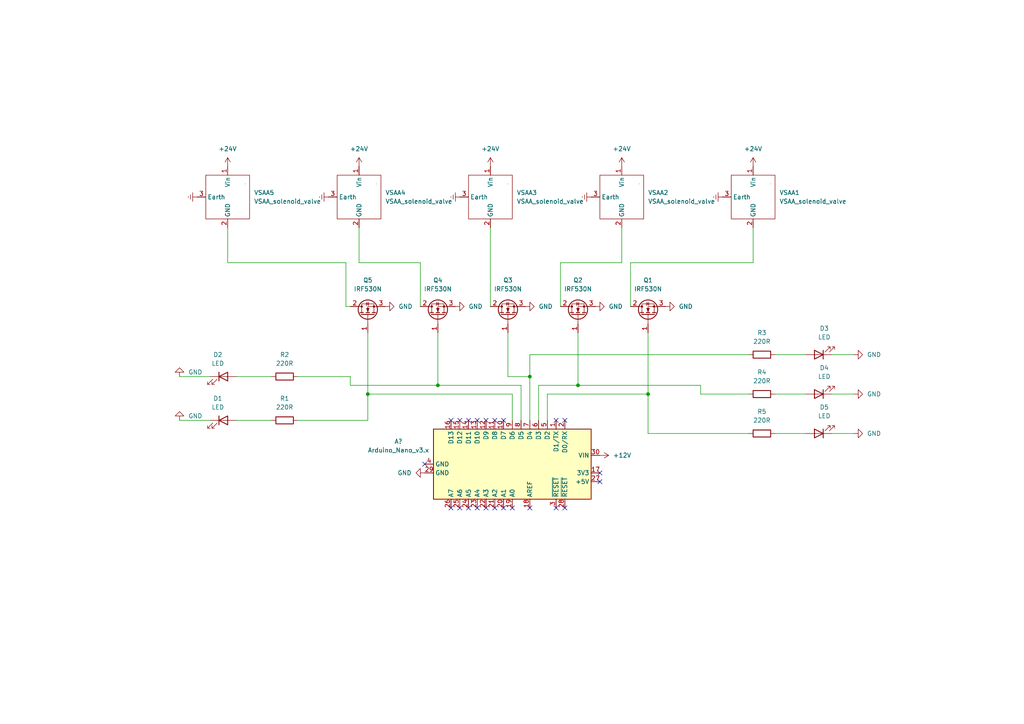
<source format=kicad_sch>
(kicad_sch (version 20211123) (generator eeschema)
  (paper "A4")
  (title_block (title "Valve controller") (date "2022-12-17") (rev "0"))
  (lib_symbols
    (symbol "Device:LED" (pin_numbers hide) (pin_names (offset 1.016) hide)
      (property "Reference" "D" (at 0 2.54 0))
      (property "Value" "LED" (at 0 -2.54 0))
      (symbol "LED_0_1"
        (polyline (pts (xy -1.27 -1.27) (xy -1.27 1.27)) (stroke (width 0.254)))
        (polyline (pts (xy -1.27 0) (xy 1.27 0)))
        (polyline (pts (xy 1.27 -1.27) (xy 1.27 1.27) (xy -1.27 0) (xy 1.27 -1.27)) (stroke (width 0.254)))
        (polyline (pts (xy -3.048 -0.762) (xy -4.572 -2.286) (xy -3.81 -2.286) (xy -4.572 -2.286) (xy -4.572 -1.524)))
        (polyline (pts (xy -1.778 -0.762) (xy -3.302 -2.286) (xy -2.54 -2.286) (xy -3.302 -2.286) (xy -3.302 -1.524)))
      )
      (symbol "LED_1_1"
        (pin passive line (at -3.81 0 0) (length 2.54) (name "K") (number "1"))
        (pin passive line (at 3.81 0 180) (length 2.54) (name "A") (number "2"))
      )
    )
    (symbol "Device:R" (pin_numbers hide) (pin_names (offset 0))
      (property "Reference" "R" (at 2.032 0 90))
      (property "Value" "R" (at 0 0 90))
      (symbol "R_0_1"
        (rectangle (start -1.016 -2.54) (end 1.016 2.54) (stroke (width 0.254)))
      )
      (symbol "R_1_1"
        (pin passive line (at 0 3.81 270) (length 1.27) (name "~") (number "1"))
        (pin passive line (at 0 -3.81 90) (length 1.27) (name "~") (number "2"))
      )
    )
    (symbol "MCU_Module:Arduino_Nano_v3.x"
      (property "Reference" "A" (at -10.16 23.495 0))
      (property "Value" "Arduino_Nano_v3.x" (at 5.08 -24.13 0))
      (symbol "Arduino_Nano_v3.x_0_1"
        (rectangle (start -10.16 22.86) (end 10.16 -22.86) (stroke (width 0.254)) (fill (type background)))
      )
      (symbol "Arduino_Nano_v3.x_1_1"
        (pin bidirectional line (at -12.7 12.7 0) (length 2.54) (name "D1/TX") (number "1"))
        (pin bidirectional line (at -12.7 -2.54 0) (length 2.54) (name "D7") (number "10"))
        (pin bidirectional line (at -12.7 -5.08 0) (length 2.54) (name "D8") (number "11"))
        (pin bidirectional line (at -12.7 -7.62 0) (length 2.54) (name "D9") (number "12"))
        (pin bidirectional line (at -12.7 -10.16 0) (length 2.54) (name "D10") (number "13"))
        (pin bidirectional line (at -12.7 -12.7 0) (length 2.54) (name "D11") (number "14"))
        (pin bidirectional line (at -12.7 -15.24 0) (length 2.54) (name "D12") (number "15"))
        (pin bidirectional line (at -12.7 -17.78 0) (length 2.54) (name "D13") (number "16"))
        (pin power_out line (at 2.54 25.4 270) (length 2.54) (name "3V3") (number "17"))
        (pin input line (at 12.7 5.08 180) (length 2.54) (name "AREF") (number "18"))
        (pin bidirectional line (at 12.7 0 180) (length 2.54) (name "A0") (number "19"))
        (pin bidirectional line (at -12.7 15.24 0) (length 2.54) (name "D0/RX") (number "2"))
        (pin bidirectional line (at 12.7 -2.54 180) (length 2.54) (name "A1") (number "20"))
        (pin bidirectional line (at 12.7 -5.08 180) (length 2.54) (name "A2") (number "21"))
        (pin bidirectional line (at 12.7 -7.62 180) (length 2.54) (name "A3") (number "22"))
        (pin bidirectional line (at 12.7 -10.16 180) (length 2.54) (name "A4") (number "23"))
        (pin bidirectional line (at 12.7 -12.7 180) (length 2.54) (name "A5") (number "24"))
        (pin bidirectional line (at 12.7 -15.24 180) (length 2.54) (name "A6") (number "25"))
        (pin bidirectional line (at 12.7 -17.78 180) (length 2.54) (name "A7") (number "26"))
        (pin power_out line (at 5.08 25.4 270) (length 2.54) (name "+5V") (number "27"))
        (pin input line (at 12.7 15.24 180) (length 2.54) (name "~{RESET}") (number "28"))
        (pin power_in line (at 2.54 -25.4 90) (length 2.54) (name "GND") (number "29"))
        (pin input line (at 12.7 12.7 180) (length 2.54) (name "~{RESET}") (number "3"))
        (pin power_in line (at -2.54 25.4 270) (length 2.54) (name "VIN") (number "30"))
        (pin power_in line (at 0 -25.4 90) (length 2.54) (name "GND") (number "4"))
        (pin bidirectional line (at -12.7 10.16 0) (length 2.54) (name "D2") (number "5"))
        (pin bidirectional line (at -12.7 7.62 0) (length 2.54) (name "D3") (number "6"))
        (pin bidirectional line (at -12.7 5.08 0) (length 2.54) (name "D4") (number "7"))
        (pin bidirectional line (at -12.7 2.54 0) (length 2.54) (name "D5") (number "8"))
        (pin bidirectional line (at -12.7 0 0) (length 2.54) (name "D6") (number "9"))
      )
    )
    (symbol "Transistor_FET:IRF540N" (pin_names hide)
      (property "Reference" "Q" (at 6.35 1.905 0))
      (property "Value" "IRF540N" (at 6.35 0 0))
      (symbol "IRF540N_0_1"
        (polyline (pts (xy 0.254 0) (xy -2.54 0)))
        (polyline (pts (xy 0.254 1.905) (xy 0.254 -1.905)) (stroke (width 0.254)))
        (polyline (pts (xy 0.762 -1.27) (xy 0.762 -2.286)) (stroke (width 0.254)))
        (polyline (pts (xy 0.762 0.508) (xy 0.762 -0.508)) (stroke (width 0.254)))
        (polyline (pts (xy 0.762 2.286) (xy 0.762 1.27)) (stroke (width 0.254)))
        (polyline (pts (xy 2.54 2.54) (xy 2.54 1.778)))
        (polyline (pts (xy 2.54 -2.54) (xy 2.54 0) (xy 0.762 0)))
        (polyline (pts (xy 0.762 -1.778) (xy 3.302 -1.778) (xy 3.302 1.778) (xy 0.762 1.778)))
        (polyline (pts (xy 1.016 0) (xy 2.032 0.381) (xy 2.032 -0.381) (xy 1.016 0)) (fill (type outline)))
        (polyline (pts (xy 2.794 0.508) (xy 2.921 0.381) (xy 3.683 0.381) (xy 3.81 0.254)))
        (polyline (pts (xy 3.302 0.381) (xy 2.921 -0.254) (xy 3.683 -0.254) (xy 3.302 0.381)))
        (circle (center 1.651 0) (radius 2.794) (stroke (width 0.254)))
        (circle (center 2.54 -1.778) (radius 0.254) (fill (type outline)))
        (circle (center 2.54 1.778) (radius 0.254) (fill (type outline)))
      )
      (symbol "IRF540N_1_1"
        (pin input line (at -5.08 0 0) (length 2.54) (name "G") (number "1"))
        (pin passive line (at 2.54 5.08 270) (length 2.54) (name "D") (number "2"))
        (pin passive line (at 2.54 -5.08 90) (length 2.54) (name "S") (number "3"))
      )
    )
    (symbol "my_library:VSAA_solenoid_valve"
      (property "Reference" "VSAA" (at 0 7.62 0))
      (property "Value" "VSAA_solenoid_valve" (at 0 10.16 0))
      (symbol "VSAA_solenoid_valve_0_1"
        (rectangle (start -6.35 6.35) (end 6.35 -6.35))
        (rectangle (start -3.81 5.08) (end -3.81 5.08))
      )
      (symbol "VSAA_solenoid_valve_1_1"
        (pin power_in line (at -8.89 0 0) (length 2.54) (name "Vin") (number "1"))
        (pin power_out line (at 8.89 0 180) (length 2.54) (name "GND") (number "2"))
        (pin unspecified line (at 0 -8.89 90) (length 2.54) (name "Earth") (number "3"))
      )
    )
    (symbol "power:+12V" (power) (pin_names (offset 0))
      (property "Value" "+12V" (at 0 3.556 0))
      (symbol "+12V_0_1"
        (polyline (pts (xy -0.762 1.27) (xy 0 2.54)))
        (polyline (pts (xy 0 0) (xy 0 2.54)))
        (polyline (pts (xy 0 2.54) (xy 0.762 1.27)))
      )
      (symbol "+12V_1_1"
        (pin power_in line (at 0 0 90) (length 0) hide (name "+12V") (number "1"))
      )
    )
    (symbol "power:+24V" (power) (pin_names (offset 0))
      (property "Value" "+24V" (at 0 3.556 0))
      (symbol "+24V_0_1"
        (polyline (pts (xy -0.762 1.27) (xy 0 2.54)))
        (polyline (pts (xy 0 0) (xy 0 2.54)))
        (polyline (pts (xy 0 2.54) (xy 0.762 1.27)))
      )
      (symbol "+24V_1_1"
        (pin power_in line (at 0 0 90) (length 0) hide (name "+24V") (number "1"))
      )
    )
    (symbol "power:Earth" (power) (pin_names (offset 0))
      (symbol "Earth_0_1"
        (polyline (pts (xy -0.635 -1.905) (xy 0.635 -1.905)))
        (polyline (pts (xy -0.127 -2.54) (xy 0.127 -2.54)))
        (polyline (pts (xy 0 -1.27) (xy 0 0)))
        (polyline (pts (xy 1.27 -1.27) (xy -1.27 -1.27)))
      )
      (symbol "Earth_1_1"
        (pin power_in line (at 0 0 270) (length 0) hide (name "Earth") (number "1"))
      )
    )
    (symbol "power:GND" (power) (pin_names (offset 0))
      (property "Value" "GND" (at 0 -3.81 0))
      (symbol "GND_0_1"
        (polyline (pts (xy 0 0) (xy 0 -1.27) (xy 1.27 -1.27) (xy 0 -2.54) (xy -1.27 -1.27) (xy 0 -1.27)))
      )
      (symbol "GND_1_1"
        (pin power_in line (at 0 0 270) (length 0) hide (name "GND") (number "1"))
      )
    )
  )
  (junction (at 153.67 109.22))
  (junction (at 167.64 111.76))
  (junction (at 187.96 114.3))
  (junction (at 127 111.76))
  (junction (at 106.68 114.3))
  (no_connect (at 138.43 121.92))
  (no_connect (at 133.35 121.92))
  (no_connect (at 130.81 147.32))
  (no_connect (at 148.59 147.32))
  (no_connect (at 163.83 121.92))
  (no_connect (at 146.05 147.32))
  (no_connect (at 133.35 147.32))
  (no_connect (at 138.43 147.32))
  (no_connect (at 140.97 121.92))
  (no_connect (at 130.81 121.92))
  (no_connect (at 123.19 134.62))
  (no_connect (at 173.99 139.7))
  (no_connect (at 140.97 147.32))
  (no_connect (at 135.89 121.92))
  (no_connect (at 146.05 121.92))
  (no_connect (at 161.29 147.32))
  (no_connect (at 161.29 121.92))
  (no_connect (at 153.67 147.32))
  (no_connect (at 173.99 137.16))
  (no_connect (at 163.83 147.32))
  (no_connect (at 135.89 147.32))
  (no_connect (at 143.51 147.32))
  (no_connect (at 143.51 121.92))
  (wire (pts (xy 156.21 121.92) (xy 156.21 111.76)))
  (wire (pts (xy 187.96 125.73) (xy 217.17 125.73)))
  (wire (pts (xy 153.67 102.87) (xy 217.17 102.87)))
  (wire (pts (xy 167.64 111.76) (xy 203.2 111.76)))
  (wire (pts (xy 101.6 88.9) (xy 100.33 88.9)))
  (wire (pts (xy 241.3 114.3) (xy 247.65 114.3)))
  (wire (pts (xy 241.3 102.87) (xy 247.65 102.87)))
  (wire (pts (xy 224.79 114.3) (xy 233.68 114.3)))
  (wire (pts (xy 162.56 88.9) (xy 162.56 76.2)))
  (wire (pts (xy 187.96 96.52) (xy 187.96 114.3)))
  (wire (pts (xy 68.58 109.22) (xy 78.74 109.22)))
  (wire (pts (xy 52.07 109.22) (xy 60.96 109.22)))
  (wire (pts (xy 86.36 121.92) (xy 106.68 121.92)))
  (wire (pts (xy 224.79 102.87) (xy 233.68 102.87)))
  (wire (pts (xy 187.96 114.3) (xy 187.96 125.73)))
  (wire (pts (xy 162.56 76.2) (xy 180.34 76.2)))
  (wire (pts (xy 203.2 111.76) (xy 203.2 114.3)))
  (wire (pts (xy 100.33 76.2) (xy 66.04 76.2)))
  (wire (pts (xy 66.04 76.2) (xy 66.04 66.04)))
  (wire (pts (xy 224.79 125.73) (xy 233.68 125.73)))
  (wire (pts (xy 153.67 121.92) (xy 153.67 109.22)))
  (wire (pts (xy 101.6 111.76) (xy 101.6 109.22)))
  (wire (pts (xy 156.21 111.76) (xy 167.64 111.76)))
  (wire (pts (xy 147.32 109.22) (xy 147.32 96.52)))
  (wire (pts (xy 106.68 96.52) (xy 106.68 114.3)))
  (wire (pts (xy 121.92 76.2) (xy 104.14 76.2)))
  (wire (pts (xy 121.92 88.9) (xy 121.92 76.2)))
  (wire (pts (xy 182.88 88.9) (xy 182.88 76.2)))
  (wire (pts (xy 100.33 88.9) (xy 100.33 76.2)))
  (wire (pts (xy 127 111.76) (xy 101.6 111.76)))
  (wire (pts (xy 52.07 121.92) (xy 60.96 121.92)))
  (wire (pts (xy 104.14 66.04) (xy 104.14 76.2)))
  (wire (pts (xy 148.59 121.92) (xy 148.59 114.3)))
  (wire (pts (xy 151.13 121.92) (xy 151.13 111.76)))
  (wire (pts (xy 148.59 114.3) (xy 106.68 114.3)))
  (wire (pts (xy 151.13 111.76) (xy 127 111.76)))
  (wire (pts (xy 127 111.76) (xy 127 96.52)))
  (wire (pts (xy 203.2 114.3) (xy 217.17 114.3)))
  (wire (pts (xy 241.3 125.73) (xy 247.65 125.73)))
  (wire (pts (xy 86.36 109.22) (xy 101.6 109.22)))
  (wire (pts (xy 106.68 114.3) (xy 106.68 121.92)))
  (wire (pts (xy 158.75 114.3) (xy 187.96 114.3)))
  (wire (pts (xy 142.24 66.04) (xy 142.24 88.9)))
  (wire (pts (xy 68.58 121.92) (xy 78.74 121.92)))
  (wire (pts (xy 218.44 66.04) (xy 218.44 76.2)))
  (wire (pts (xy 180.34 66.04) (xy 180.34 76.2)))
  (wire (pts (xy 158.75 121.92) (xy 158.75 114.3)))
  (wire (pts (xy 182.88 76.2) (xy 218.44 76.2)))
  (wire (pts (xy 167.64 96.52) (xy 167.64 111.76)))
  (wire (pts (xy 153.67 109.22) (xy 147.32 109.22)))
  (wire (pts (xy 153.67 109.22) (xy 153.67 102.87)))
  (symbol (lib_id "power:+24V") (at 142.24 48.26 0) (unit 1)
    (property "Reference" "#PWR?" (effects hide))
    (property "Value" "+24V" (at 142.24 43.18 0))
  )
  (symbol (lib_id "my_library:VSAA_solenoid_valve") (at 104.14 57.15 270) (unit 1)
    (property "Reference" "VSAA4" (at 111.76 55.8799 90) (effects (justify left)))
    (property "Value" "VSAA_solenoid_valve" (at 111.76 58.4199 90) (effects (justify left)))
  )
  (symbol (lib_id "Device:R") (at 220.98 125.73 90) (unit 1)
    (property "Reference" "R5" (at 220.98 119.38 90))
    (property "Value" "220R" (at 220.98 121.92 90))
  )
  (symbol (lib_id "power:Earth") (at 57.15 57.15 270) (unit 1)
    (property "Reference" "#PWR?" (effects hide))
    (property "Value" "Earth" (effects hide))
  )
  (symbol (lib_id "Device:R") (at 220.98 114.3 90) (unit 1)
    (property "Reference" "R4" (at 220.98 107.95 90))
    (property "Value" "220R" (at 220.98 110.49 90))
  )
  (symbol (lib_id "Transistor_FET:IRF540N") (at 106.68 91.44 90) (unit 1)
    (property "Reference" "Q5" (at 106.68 81.28 90))
    (property "Value" "IRF530N" (at 106.68 83.82 90))
  )
  (symbol (lib_id "Device:R") (at 82.55 121.92 270) (unit 1)
    (property "Reference" "R1" (at 82.55 115.57 90))
    (property "Value" "220R" (at 82.55 118.11 90))
  )
  (symbol (lib_id "my_library:VSAA_solenoid_valve") (at 142.24 57.15 270) (unit 1)
    (property "Reference" "VSAA3" (at 149.86 55.8799 90) (effects (justify left)))
    (property "Value" "VSAA_solenoid_valve" (at 149.86 58.4199 90) (effects (justify left)))
  )
  (symbol (lib_id "power:GND") (at 52.07 121.92 180) (unit 1)
    (property "Reference" "#PWR?" (effects hide))
    (property "Value" "GND" (at 54.61 120.6499 0) (effects (justify right)))
  )
  (symbol (lib_id "power:GND") (at 247.65 114.3 90) (unit 1)
    (property "Reference" "#PWR?" (effects hide))
    (property "Value" "GND" (at 251.46 114.2999 90) (effects (justify right)))
  )
  (symbol (lib_id "power:Earth") (at 95.25 57.15 270) (unit 1)
    (property "Reference" "#PWR?" (effects hide))
    (property "Value" "Earth" (effects hide))
  )
  (symbol (lib_id "power:Earth") (at 133.35 57.15 270) (unit 1)
    (property "Reference" "#PWR?" (effects hide))
    (property "Value" "Earth" (effects hide))
  )
  (symbol (lib_id "power:GND") (at 123.19 137.16 270) (unit 1)
    (property "Reference" "#PWR?" (effects hide))
    (property "Value" "GND" (at 119.38 137.1599 90) (effects (justify right)))
  )
  (symbol (lib_id "power:GND") (at 172.72 88.9 90) (unit 1)
    (property "Reference" "#PWR?" (effects hide))
    (property "Value" "GND" (at 176.53 88.8999 90) (effects (justify right)))
  )
  (symbol (lib_id "power:Earth") (at 171.45 57.15 270) (unit 1)
    (property "Reference" "#PWR?" (effects hide))
    (property "Value" "Earth" (effects hide))
  )
  (symbol (lib_id "power:GND") (at 247.65 125.73 90) (unit 1)
    (property "Reference" "#PWR?" (effects hide))
    (property "Value" "GND" (at 251.46 125.7299 90) (effects (justify right)))
  )
  (symbol (lib_id "power:+12V") (at 173.99 132.08 270) (unit 1)
    (property "Reference" "#PWR?" (effects hide))
    (property "Value" "+12V" (at 177.8 132.0799 90) (effects (justify left)))
  )
  (symbol (lib_id "power:GND") (at 193.04 88.9 90) (unit 1)
    (property "Reference" "#PWR?" (effects hide))
    (property "Value" "GND" (at 196.85 88.8999 90) (effects (justify right)))
  )
  (symbol (lib_id "Device:LED") (at 64.77 121.92 0) (unit 1)
    (property "Reference" "D1" (at 63.1825 115.57 0))
    (property "Value" "LED" (at 63.1825 118.11 0))
  )
  (symbol (lib_id "MCU_Module:Arduino_Nano_v3.x") (at 148.59 134.62 270) (unit 1)
    (property "Reference" "A?" (at 115.57 128.0412 90))
    (property "Value" "Arduino_Nano_v3.x" (at 115.57 130.5812 90))
    (property "Footprint" "Module:Arduino_Nano" (effects hide))
    (property "Datasheet" "http://www.mouser.com/pdfdocs/Gravitech_Arduino_Nano3_0.pdf" (effects hide))
  )
  (symbol (lib_id "power:Earth") (at 209.55 57.15 270) (unit 1)
    (property "Reference" "#PWR?" (effects hide))
    (property "Value" "Earth" (effects hide))
  )
  (symbol (lib_id "power:+24V") (at 104.14 48.26 0) (unit 1)
    (property "Reference" "#PWR?" (effects hide))
    (property "Value" "+24V" (at 104.14 43.18 0))
  )
  (symbol (lib_id "Device:R") (at 220.98 102.87 90) (unit 1)
    (property "Reference" "R3" (at 220.98 96.52 90))
    (property "Value" "220R" (at 220.98 99.06 90))
  )
  (symbol (lib_id "Transistor_FET:IRF540N") (at 187.96 91.44 90) (unit 1)
    (property "Reference" "Q1" (at 187.96 81.28 90))
    (property "Value" "IRF530N" (at 187.96 83.82 90))
  )
  (symbol (lib_id "Device:LED") (at 237.49 102.87 180) (unit 1)
    (property "Reference" "D3" (at 239.0775 95.25 0))
    (property "Value" "LED" (at 239.0775 97.79 0))
  )
  (symbol (lib_id "Device:LED") (at 64.77 109.22 0) (unit 1)
    (property "Reference" "D2" (at 63.1825 102.87 0))
    (property "Value" "LED" (at 63.1825 105.41 0))
  )
  (symbol (lib_id "power:+24V") (at 66.04 48.26 0) (unit 1)
    (property "Reference" "#PWR?" (effects hide))
    (property "Value" "+24V" (at 66.04 43.18 0))
  )
  (symbol (lib_id "my_library:VSAA_solenoid_valve") (at 66.04 57.15 270) (unit 1)
    (property "Reference" "VSAA5" (at 73.66 55.8799 90) (effects (justify left)))
    (property "Value" "VSAA_solenoid_valve" (at 73.66 58.4199 90) (effects (justify left)))
  )
  (symbol (lib_id "Device:R") (at 82.55 109.22 90) (unit 1)
    (property "Reference" "R2" (at 82.55 102.87 90))
    (property "Value" "220R" (at 82.55 105.41 90))
  )
  (symbol (lib_id "power:GND") (at 111.76 88.9 90) (unit 1)
    (property "Reference" "#PWR?" (effects hide))
    (property "Value" "GND" (at 115.57 88.8999 90) (effects (justify right)))
  )
  (symbol (lib_id "power:GND") (at 152.4 88.9 90) (unit 1)
    (property "Reference" "#PWR?" (effects hide))
    (property "Value" "GND" (at 156.21 88.8999 90) (effects (justify right)))
  )
  (symbol (lib_id "my_library:VSAA_solenoid_valve") (at 218.44 57.15 270) (unit 1)
    (property "Reference" "VSAA1" (at 226.06 55.8799 90) (effects (justify left)))
    (property "Value" "VSAA_solenoid_valve" (at 226.06 58.4199 90) (effects (justify left)))
  )
  (symbol (lib_id "power:+24V") (at 218.44 48.26 0) (unit 1)
    (property "Reference" "#PWR?" (effects hide))
    (property "Value" "+24V" (at 218.44 43.18 0))
  )
  (symbol (lib_id "Device:LED") (at 237.49 125.73 180) (unit 1)
    (property "Reference" "D5" (at 239.0775 118.11 0))
    (property "Value" "LED" (at 239.0775 120.65 0))
  )
  (symbol (lib_id "power:+24V") (at 180.34 48.26 0) (unit 1)
    (property "Reference" "#PWR?" (effects hide))
    (property "Value" "+24V" (at 180.34 43.18 0))
  )
  (symbol (lib_id "my_library:VSAA_solenoid_valve") (at 180.34 57.15 270) (unit 1)
    (property "Reference" "VSAA2" (at 187.96 55.8799 90) (effects (justify left)))
    (property "Value" "VSAA_solenoid_valve" (at 187.96 58.4199 90) (effects (justify left)))
  )
  (symbol (lib_id "Transistor_FET:IRF540N") (at 127 91.44 90) (unit 1)
    (property "Reference" "Q4" (at 127 81.28 90))
    (property "Value" "IRF530N" (at 127 83.82 90))
  )
  (symbol (lib_id "Transistor_FET:IRF540N") (at 167.64 91.44 90) (unit 1)
    (property "Reference" "Q2" (at 167.64 81.28 90))
    (property "Value" "IRF530N" (at 167.64 83.82 90))
  )
  (symbol (lib_id "power:GND") (at 52.07 109.22 180) (unit 1)
    (property "Reference" "#PWR?" (effects hide))
    (property "Value" "GND" (at 54.61 107.9499 0) (effects (justify right)))
  )
  (symbol (lib_id "power:GND") (at 132.08 88.9 90) (unit 1)
    (property "Reference" "#PWR?" (effects hide))
    (property "Value" "GND" (at 135.89 88.8999 90) (effects (justify right)))
  )
  (symbol (lib_id "Transistor_FET:IRF540N") (at 147.32 91.44 90) (unit 1)
    (property "Reference" "Q3" (at 147.32 81.28 90))
    (property "Value" "IRF530N" (at 147.32 83.82 90))
  )
  (symbol (lib_id "power:GND") (at 247.65 102.87 90) (unit 1)
    (property "Reference" "#PWR?" (effects hide))
    (property "Value" "GND" (at 251.46 102.8699 90) (effects (justify right)))
  )
  (symbol (lib_id "Device:LED") (at 237.49 114.3 180) (unit 1)
    (property "Reference" "D4" (at 239.0775 106.68 0))
    (property "Value" "LED" (at 239.0775 109.22 0))
  )
)
</source>
